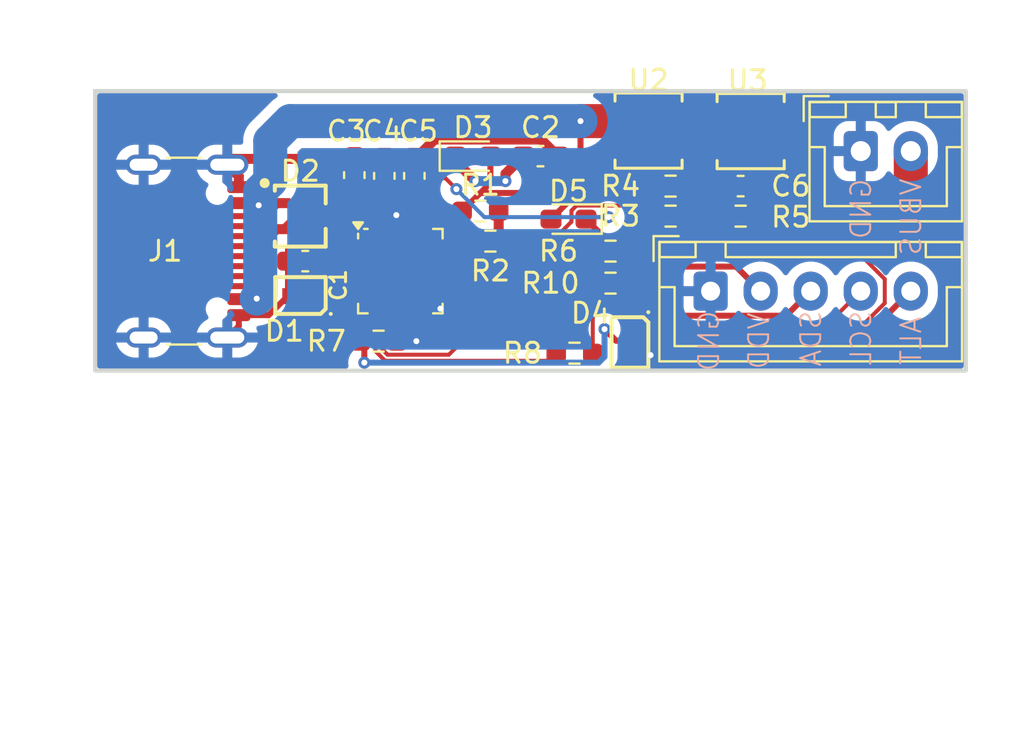
<source format=kicad_pcb>
(kicad_pcb (version 20241229) (generator "pcbnew") (generator_version "9.0")
  (layers (0 "F.Cu" signal) (2 "B.Cu" signal) (13 "F.Paste" user) (15 "B.Paste" user) (5 "F.SilkS" user "F.Silkscreen") (7 "B.SilkS" user "B.Silkscreen") (1 "F.Mask" user) (3 "B.Mask" user) (25 "Edge.Cuts" user))
  (net 0 "")
  (net 1 "GND")
  (net 2 "Net-(D3-K)")
  (net 3 "Net-(U1-VREG_2V7)")
  (net 4 "Net-(U1-VREG_1V2)")
  (net 5 "Net-(D4-K)")
  (net 6 "Net-(C6-Pad1)")
  (net 7 "Net-(R1-Pad2)")
  (net 8 "Net-(U2-G)")
  (net 15 "/VBUS_EN_SNK")
  (net 16 "/DISCH")
  (net 17 "/VDD")
  (net 18 "/VBUS_VS_DISCH")
  (net 19 "/RESET")
  (net 20 "/CC2")
  (net 21 "/CC1")
  (net 22 "/SCL")
  (net 23 "/SDA")
  (net 24 "Net-(U2-S)")
  (net 25 "Net-(U1-SCL)")
  (net 26 "Net-(U1-SDA)")
  (net 27 "/Vbus")
  (footprint "Diode_SMD:D_0603_1608Metric_Pad1.05x0.95mm_HandSolder" (layer "F.Cu") (at 338.4 118.4 180)
    (property "Reference" "D5" (at 0 1.4 0) (layer "F.SilkS"))
    (property "Value" "D")
    (fp_line (start 0.8 -0.735) (end -1.66 -0.735) (stroke (width 0.12)) (layer "F.SilkS"))
    (fp_line (start -1.66 0.735) (end 0.8 0.735) (stroke (width 0.12)) (layer "F.SilkS"))
    (fp_line (start -1.66 -0.735) (end -1.66 0.735) (stroke (width 0.12)) (layer "F.SilkS"))
    (pad "1" smd roundrect (at -0.875 0 180) (size 1.05 0.95) (layers "F.Cu" "F.Mask" "F.Paste") (net 17 "/VDD"))
    (pad "2" smd roundrect (at 0.875 0 180) (size 1.05 0.95) (layers "F.Cu" "F.Mask" "F.Paste") (net 27 "/Vbus"))
  )
  (footprint "ST_1610:ST_1610" (layer "F.Cu") (at 341.5 124.575 -90)
    (property "Reference" "D4" (at -1.475 2 0) (layer "F.SilkS"))
    (property "Value" "ESDA25P35-1U1M" (hide yes))
    (fp_line (start -1.27 0.95) (end 1.25 0.95) (stroke (width 0.2)) (layer "F.SilkS"))
    (fp_line (start -1.27 0.95) (end -1.27 -0.635) (stroke (width 0.2)) (layer "F.SilkS"))
    (fp_line (start 1.25 0.95) (end 1.25 -0.889) (stroke (width 0.2)) (layer "F.SilkS"))
    (fp_line (start -1.27 -0.635) (end -1.016 -0.889) (stroke (width 0.2)) (layer "F.SilkS"))
    (fp_line (start -1.016 -0.889) (end 1.25 -0.889) (stroke (width 0.2)) (layer "F.SilkS"))
    (fp_circle (center -1.524 -0.889) (end -1.524 -0.939) (stroke (width 0.1)) (fill no) (layer "F.SilkS"))
    (pad "1" smd rect (at -0.625 0 270) (size 0.55 0.8) (layers "F.Cu" "F.Mask" "F.Paste") (net 5 "Net-(D4-K)"))
    (pad "2" smd rect (at 0.625 0 270) (size 0.55 0.8) (layers "F.Cu" "F.Mask" "F.Paste") (net 1 "GND"))
  )
  (footprint "Capacitor_SMD:C_0603_1608Metric_Pad1.08x0.95mm_HandSolder" (layer "F.Cu") (at 325.25 120.5 180)
    (property "Reference" "C1" (at -1.65 -1.2 90) (layer "F.SilkS") (effects (font (size 0.8 0.8) (thickness 0.15) (bold yes))))
    (property "Value" "4.7 μF")
    (fp_line (start -0.146267 0.51) (end 0.146267 0.51) (stroke (width 0.12)) (layer "F.SilkS"))
    (fp_line (start -0.146267 -0.51) (end 0.146267 -0.51) (stroke (width 0.12)) (layer "F.SilkS"))
    (pad "1" smd roundrect (at -0.8625 0 180) (size 1.075 0.95) (layers "F.Cu" "F.Mask" "F.Paste") (net 27 "/Vbus"))
    (pad "2" smd roundrect (at 0.8625 0 180) (size 1.075 0.95) (layers "F.Cu" "F.Mask" "F.Paste") (net 1 "GND"))
  )
  (footprint "Capacitor_SMD:C_0603_1608Metric_Pad1.08x0.95mm_HandSolder" (layer "F.Cu") (at 327.7 116.2 90)
    (property "Reference" "C3" (at 2.2 -0.4 0) (layer "F.SilkS"))
    (property "Value" "1μF")
    (fp_line (start -0.146267 -0.51) (end 0.146267 -0.51) (stroke (width 0.12)) (layer "F.SilkS"))
    (fp_line (start -0.146267 0.51) (end 0.146267 0.51) (stroke (width 0.12)) (layer "F.SilkS"))
    (pad "1" smd roundrect (at -0.8625 0 90) (size 1.075 0.95) (layers "F.Cu" "F.Mask" "F.Paste") (net 17 "/VDD"))
    (pad "2" smd roundrect (at 0.8625 0 90) (size 1.075 0.95) (layers "F.Cu" "F.Mask" "F.Paste") (net 1 "GND"))
  )
  (footprint "STL6P3LLH6:POWERFLAT_3P3X3P3_STM2" (layer "F.Cu") (at 342.3998 113.974999 180)
    (property "Reference" "U2" (at 0 2.525001 0) (layer "F.SilkS"))
    (property "Value" "STL6P3LLH6" (hide yes))
    (fp_line (start 1.6764 1.8796) (end 1.6764 1.472839) (stroke (width 0.1524)) (layer "F.SilkS"))
    (fp_line (start 1.6764 -1.472839) (end 1.6764 -1.8796) (stroke (width 0.1524)) (layer "F.SilkS"))
    (fp_line (start 1.6764 -1.8796) (end -1.6764 -1.8796) (stroke (width 0.1524)) (layer "F.SilkS"))
    (fp_line (start -1.6764 1.8796) (end 1.6764 1.8796) (stroke (width 0.1524)) (layer "F.SilkS"))
    (fp_line (start -1.6764 1.472839) (end -1.6764 1.8796) (stroke (width 0.1524)) (layer "F.SilkS"))
    (fp_line (start -1.6764 -1.8796) (end -1.6764 -1.472839) (stroke (width 0.1524)) (layer "F.SilkS"))
    (pad "1" smd rect (at -1.6002 0.974999 180) (size 0.9144 0.3302) (layers "F.Cu" "F.Mask" "F.Paste") (net 8 "Net-(U2-G)"))
    (pad "2" smd rect (at -1.6002 -0.974999 180) (size 0.9144 0.3302) (layers "F.Cu" "F.Mask" "F.Paste") (net 24 "Net-(U2-S)"))
    (pad "2" smd rect (at -1.6002 -0.325001 180) (size 0.9144 0.3302) (layers "F.Cu" "F.Mask" "F.Paste") (net 24 "Net-(U2-S)"))
    (pad "2" smd rect (at -1.6002 0.325001 180) (size 0.9144 0.3302) (layers "F.Cu" "F.Mask" "F.Paste") (net 24 "Net-(U2-S)"))
    (pad "3" smd rect (at 0.4445 0 180) (size 2.1082 2.3622) (layers "F.Cu" "F.Mask" "F.Paste") (net 27 "/Vbus"))
    (pad "3" smd rect (at 1.6002 -0.974999 180) (size 0.9144 0.3302) (layers "F.Cu" "F.Mask" "F.Paste") (net 27 "/Vbus"))
    (pad "3" smd rect (at 1.6002 -0.325001 180) (size 0.9144 0.3302) (layers "F.Cu" "F.Mask" "F.Paste") (net 27 "/Vbus"))
    (pad "3" smd rect (at 1.6002 0.325001 180) (size 0.9144 0.3302) (layers "F.Cu" "F.Mask" "F.Paste") (net 27 "/Vbus"))
    (pad "3" smd rect (at 1.6002 0.974999 180) (size 0.9144 0.3302) (layers "F.Cu" "F.Mask" "F.Paste") (net 27 "/Vbus"))
  )
  (footprint "Resistor_SMD:R_0603_1608Metric_Pad0.98x0.95mm_HandSolder" (layer "F.Cu") (at 347 118.25 180)
    (property "Reference" "R5" (at -2.5 -0.05 0) (layer "F.SilkS"))
    (property "Value" "100R")
    (fp_line (start -0.254724 0.5225) (end 0.254724 0.5225) (stroke (width 0.12)) (layer "F.SilkS"))
    (fp_line (start -0.254724 -0.5225) (end 0.254724 -0.5225) (stroke (width 0.12)) (layer "F.SilkS"))
    (pad "1" smd roundrect (at -0.9125 0 180) (size 0.975 0.95) (layers "F.Cu" "F.Mask" "F.Paste") (net 6 "Net-(C6-Pad1)"))
    (pad "2" smd roundrect (at 0.9125 0 180) (size 0.975 0.95) (layers "F.Cu" "F.Mask" "F.Paste") (net 8 "Net-(U2-G)"))
  )
  (footprint "Resistor_SMD:R_0603_1608Metric_Pad0.98x0.95mm_HandSolder" (layer "F.Cu") (at 343.5 116.75)
    (property "Reference" "R4" (at -2.5 0 0) (layer "F.SilkS"))
    (property "Value" "100kR")
    (fp_line (start -0.254724 -0.5225) (end 0.254724 -0.5225) (stroke (width 0.12)) (layer "F.SilkS"))
    (fp_line (start -0.254724 0.5225) (end 0.254724 0.5225) (stroke (width 0.12)) (layer "F.SilkS"))
    (pad "1" smd roundrect (at -0.9125 0) (size 0.975 0.95) (layers "F.Cu" "F.Mask" "F.Paste") (net 8 "Net-(U2-G)"))
    (pad "2" smd roundrect (at 0.9125 0) (size 0.975 0.95) (layers "F.Cu" "F.Mask" "F.Paste") (net 24 "Net-(U2-S)"))
  )
  (footprint "Capacitor_SMD:C_0603_1608Metric_Pad1.08x0.95mm_HandSolder" (layer "F.Cu") (at 347 116.75)
    (property "Reference" "C6" (at 2.5 0 0) (layer "F.SilkS"))
    (property "Value" "100nF")
    (fp_line (start -0.146267 -0.51) (end 0.146267 -0.51) (stroke (width 0.12)) (layer "F.SilkS"))
    (fp_line (start -0.146267 0.51) (end 0.146267 0.51) (stroke (width 0.12)) (layer "F.SilkS"))
    (pad "1" smd roundrect (at -0.8625 0) (size 1.075 0.95) (layers "F.Cu" "F.Mask" "F.Paste") (net 6 "Net-(C6-Pad1)"))
    (pad "2" smd roundrect (at 0.8625 0) (size 1.075 0.95) (layers "F.Cu" "F.Mask" "F.Paste") (net 5 "Net-(D4-K)"))
  )
  (footprint "Capacitor_SMD:C_0603_1608Metric_Pad1.08x0.95mm_HandSolder" (layer "F.Cu") (at 337 115.25)
    (property "Reference" "C2" (at 0 -1.43 0) (layer "F.SilkS"))
    (property "Value" "1μF")
    (fp_line (start -0.146267 -0.51) (end 0.146267 -0.51) (stroke (width 0.12)) (layer "F.SilkS"))
    (fp_line (start -0.146267 0.51) (end 0.146267 0.51) (stroke (width 0.12)) (layer "F.SilkS"))
    (pad "1" smd roundrect (at -0.8625 0) (size 1.075 0.95) (layers "F.Cu" "F.Mask" "F.Paste") (net 2 "Net-(D3-K)"))
    (pad "2" smd roundrect (at 0.8625 0) (size 1.075 0.95) (layers "F.Cu" "F.Mask" "F.Paste") (net 1 "GND"))
  )
  (footprint "Package_DFN_QFN:QFN-24-1EP_4x4mm_P0.5mm_EP2.7x2.7mm" (layer "F.Cu") (at 330 121)
    (property "Reference" "U1" (hide yes))
    (property "Value" "STUSB4500QTR")
    (fp_line (start -2.11 -1.635) (end -2.11 -1.87) (stroke (width 0.12)) (layer "F.SilkS"))
    (fp_line (start -2.11 2.11) (end -2.11 1.635) (stroke (width 0.12)) (layer "F.SilkS"))
    (fp_line (start -1.635 -2.11) (end -1.81 -2.11) (stroke (width 0.12)) (layer "F.SilkS"))
    (fp_line (start -1.635 2.11) (end -2.11 2.11) (stroke (width 0.12)) (layer "F.SilkS"))
    (fp_line (start 1.635 -2.11) (end 2.11 -2.11) (stroke (width 0.12)) (layer "F.SilkS"))
    (fp_line (start 1.635 2.11) (end 2.11 2.11) (stroke (width 0.12)) (layer "F.SilkS"))
    (fp_line (start 2.11 -2.11) (end 2.11 -1.635) (stroke (width 0.12)) (layer "F.SilkS"))
    (fp_line (start 2.11 2.11) (end 2.11 1.635) (stroke (width 0.12)) (layer "F.SilkS"))
    (fp_poly (pts (xy -2.11 -2.11) (xy -2.35 -2.44) (xy -1.87 -2.44)) (stroke (width 0.12)) (fill yes) (layer "F.SilkS"))
    (pad "1" smd roundrect (at -1.9625 -1.25) (size 0.825 0.25) (layers "F.Cu" "F.Mask" "F.Paste") (net 21 "/CC1"))
    (pad "2" smd roundrect (at -1.9625 -0.75) (size 0.825 0.25) (layers "F.Cu" "F.Mask" "F.Paste") (net 21 "/CC1"))
    (pad "3" smd roundrect (at -1.9625 -0.25) (size 0.825 0.25) (layers "F.Cu" "F.Mask" "F.Paste"))
    (pad "4" smd roundrect (at -1.9625 0.25) (size 0.825 0.25) (layers "F.Cu" "F.Mask" "F.Paste") (net 20 "/CC2"))
    (pad "5" smd roundrect (at -1.9625 0.75) (size 0.825 0.25) (layers "F.Cu" "F.Mask" "F.Paste") (net 20 "/CC2"))
    (pad "6" smd roundrect (at -1.9625 1.25) (size 0.825 0.25) (layers "F.Cu" "F.Mask" "F.Paste") (net 19 "/RESET"))
    (pad "7" smd roundrect (at -1.25 1.9625) (size 0.25 0.825) (layers "F.Cu" "F.Mask" "F.Paste") (net 25 "Net-(U1-SCL)"))
    (pad "8" smd roundrect (at -0.75 1.9625) (size 0.25 0.825) (layers "F.Cu" "F.Mask" "F.Paste") (net 26 "Net-(U1-SDA)"))
    (pad "9" smd roundrect (at -0.25 1.9625) (size 0.25 0.825) (layers "F.Cu" "F.Mask" "F.Paste") (net 16 "/DISCH"))
    (pad "10" smd roundrect (at 0.25 1.9625) (size 0.25 0.825) (layers "F.Cu" "F.Mask" "F.Paste") (net 1 "GND"))
    (pad "11" smd roundrect (at 0.75 1.9625) (size 0.25 0.825) (layers "F.Cu" "F.Mask" "F.Paste"))
    (pad "12" smd roundrect (at 1.25 1.9625) (size 0.25 0.825) (layers "F.Cu" "F.Mask" "F.Paste") (net 1 "GND"))
    (pad "13" smd roundrect (at 1.9625 1.25) (size 0.825 0.25) (layers "F.Cu" "F.Mask" "F.Paste") (net 1 "GND"))
    (pad "14" smd roundrect (at 1.9625 0.75) (size 0.825 0.25) (layers "F.Cu" "F.Mask" "F.Paste"))
    (pad "15" smd roundrect (at 1.9625 0.25) (size 0.825 0.25) (layers "F.Cu" "F.Mask" "F.Paste"))
    (pad "16" smd roundrect (at 1.9625 -0.25) (size 0.825 0.25) (layers "F.Cu" "F.Mask" "F.Paste") (net 15 "/VBUS_EN_SNK"))
    (pad "17" smd roundrect (at 1.9625 -0.75) (size 0.825 0.25) (layers "F.Cu" "F.Mask" "F.Paste"))
    (pad "18" smd roundrect (at 1.9625 -1.25) (size 0.825 0.25) (layers "F.Cu" "F.Mask" "F.Paste") (net 18 "/VBUS_VS_DISCH"))
    (pad "19" smd roundrect (at 1.25 -1.9625) (size 0.25 0.825) (layers "F.Cu" "F.Mask" "F.Paste"))
    (pad "20" smd roundrect (at 0.75 -1.9625) (size 0.25 0.825) (layers "F.Cu" "F.Mask" "F.Paste"))
    (pad "21" smd roundrect (at 0.25 -1.9625) (size 0.25 0.825) (layers "F.Cu" "F.Mask" "F.Paste") (net 4 "Net-(U1-VREG_1V2)"))
    (pad "22" smd roundrect (at -0.25 -1.9625) (size 0.25 0.825) (layers "F.Cu" "F.Mask" "F.Paste") (net 1 "GND"))
    (pad "23" smd roundrect (at -0.75 -1.9625) (size 0.25 0.825) (layers "F.Cu" "F.Mask" "F.Paste") (net 3 "Net-(U1-VREG_2V7)"))
    (pad "24" smd roundrect (at -1.25 -1.9625) (size 0.25 0.825) (layers "F.Cu" "F.Mask" "F.Paste") (net 17 "/VDD"))
    (pad "25" smd rect (at 0 0) (size 2.7 2.7) (property pad_prop_heatsink) (layers "F.Cu" "F.Mask") (net 1 "GND"))
  )
  (footprint "Resistor_SMD:R_0603_1608Metric_Pad0.98x0.95mm_HandSolder" (layer "F.Cu") (at 328.9125 124.5 180)
    (property "Reference" "R7" (at 2.6125 0 0) (layer "F.SilkS"))
    (property "Value" "10kR")
    (fp_line (start -0.254724 0.5225) (end 0.254724 0.5225) (stroke (width 0.12)) (layer "F.SilkS"))
    (fp_line (start -0.254724 -0.5225) (end 0.254724 -0.5225) (stroke (width 0.12)) (layer "F.SilkS"))
    (pad "1" smd roundrect (at -0.9125 0 180) (size 0.975 0.95) (layers "F.Cu" "F.Mask" "F.Paste") (net 1 "GND"))
    (pad "2" smd roundrect (at 0.9125 0 180) (size 0.975 0.95) (layers "F.Cu" "F.Mask" "F.Paste") (net 19 "/RESET"))
  )
  (footprint "STL6P3LLH6:POWERFLAT_3P3X3P3_STM2" (layer "F.Cu") (at 347.5 114)
    (property "Reference" "U3" (at -0.1498 -2.525001 0) (layer "F.SilkS"))
    (property "Value" "STL6P3LLH6" (hide yes))
    (fp_line (start -1.6764 -1.8796) (end -1.6764 -1.472839) (stroke (width 0.1524)) (layer "F.SilkS"))
    (fp_line (start -1.6764 1.472839) (end -1.6764 1.8796) (stroke (width 0.1524)) (layer "F.SilkS"))
    (fp_line (start -1.6764 1.8796) (end 1.6764 1.8796) (stroke (width 0.1524)) (layer "F.SilkS"))
    (fp_line (start 1.6764 -1.8796) (end -1.6764 -1.8796) (stroke (width 0.1524)) (layer "F.SilkS"))
    (fp_line (start 1.6764 -1.472839) (end 1.6764 -1.8796) (stroke (width 0.1524)) (layer "F.SilkS"))
    (fp_line (start 1.6764 1.8796) (end 1.6764 1.472839) (stroke (width 0.1524)) (layer "F.SilkS"))
    (pad "1" smd rect (at -1.6002 0.974999) (size 0.9144 0.3302) (layers "F.Cu" "F.Mask" "F.Paste") (net 8 "Net-(U2-G)"))
    (pad "2" smd rect (at -1.6002 -0.974999) (size 0.9144 0.3302) (layers "F.Cu" "F.Mask" "F.Paste") (net 24 "Net-(U2-S)"))
    (pad "2" smd rect (at -1.6002 -0.325001) (size 0.9144 0.3302) (layers "F.Cu" "F.Mask" "F.Paste") (net 24 "Net-(U2-S)"))
    (pad "2" smd rect (at -1.6002 0.325001) (size 0.9144 0.3302) (layers "F.Cu" "F.Mask" "F.Paste") (net 24 "Net-(U2-S)"))
    (pad "3" smd rect (at 0.4445 0) (size 2.1082 2.3622) (layers "F.Cu" "F.Mask" "F.Paste") (net 5 "Net-(D4-K)"))
    (pad "3" smd rect (at 1.6002 -0.974999) (size 0.9144 0.3302) (layers "F.Cu" "F.Mask" "F.Paste") (net 5 "Net-(D4-K)"))
    (pad "3" smd rect (at 1.6002 -0.325001) (size 0.9144 0.3302) (layers "F.Cu" "F.Mask" "F.Paste") (net 5 "Net-(D4-K)"))
    (pad "3" smd rect (at 1.6002 0.325001) (size 0.9144 0.3302) (layers "F.Cu" "F.Mask" "F.Paste") (net 5 "Net-(D4-K)"))
    (pad "3" smd rect (at 1.6002 0.974999) (size 0.9144 0.3302) (layers "F.Cu" "F.Mask" "F.Paste") (net 5 "Net-(D4-K)"))
  )
  (footprint "Resistor_SMD:R_0603_1608Metric_Pad0.98x0.95mm_HandSolder" (layer "F.Cu") (at 338.7 125.1 180)
    (property "Reference" "R8" (at 2.6 0 0) (layer "F.SilkS"))
    (property "Value" "4.7kR")
    (fp_line (start -0.254724 0.5225) (end 0.254724 0.5225) (stroke (width 0.12)) (layer "F.SilkS"))
    (fp_line (start -0.254724 -0.5225) (end 0.254724 -0.5225) (stroke (width 0.12)) (layer "F.SilkS"))
    (pad "1" smd roundrect (at -0.9125 0 180) (size 0.975 0.95) (layers "F.Cu" "F.Mask" "F.Paste") (net 22 "/SCL"))
    (pad "2" smd roundrect (at 0.9125 0 180) (size 0.975 0.95) (layers "F.Cu" "F.Mask" "F.Paste") (net 25 "Net-(U1-SCL)"))
  )
  (footprint "Resistor_SMD:R_0603_1608Metric_Pad0.98x0.95mm_HandSolder" (layer "F.Cu") (at 343.5 118.25 180)
    (property "Reference" "R3" (at 2.5 0 0) (layer "F.SilkS"))
    (property "Value" "22kR")
    (fp_line (start -0.254724 0.5225) (end 0.254724 0.5225) (stroke (width 0.12)) (layer "F.SilkS"))
    (fp_line (start -0.254724 -0.5225) (end 0.254724 -0.5225) (stroke (width 0.12)) (layer "F.SilkS"))
    (pad "1" smd roundrect (at -0.9125 0 180) (size 0.975 0.95) (layers "F.Cu" "F.Mask" "F.Paste") (net 8 "Net-(U2-G)"))
    (pad "2" smd roundrect (at 0.9125 0 180) (size 0.975 0.95) (layers "F.Cu" "F.Mask" "F.Paste") (net 15 "/VBUS_EN_SNK"))
  )
  (footprint "Resistor_SMD:R_0603_1608Metric_Pad0.98x0.95mm_HandSolder" (layer "F.Cu") (at 334.5 119.5 180)
    (property "Reference" "R2" (at 0 -1.49 0) (layer "F.SilkS"))
    (property "Value" "1kR")
    (fp_line (start -0.254724 0.5225) (end 0.254724 0.5225) (stroke (width 0.12)) (layer "F.SilkS"))
    (fp_line (start -0.254724 -0.5225) (end 0.254724 -0.5225) (stroke (width 0.12)) (layer "F.SilkS"))
    (pad "1" smd roundrect (at -0.9125 0 180) (size 0.975 0.95) (layers "F.Cu" "F.Mask" "F.Paste") (net 7 "Net-(R1-Pad2)"))
    (pad "2" smd roundrect (at 0.9125 0 180) (size 0.975 0.95) (layers "F.Cu" "F.Mask" "F.Paste") (net 18 "/VBUS_VS_DISCH"))
  )
  (footprint "ST_1610:ST_1610" (layer "F.Cu") (at 325 122.25 180)
    (property "Reference" "D1" (at 0.8 -1.75 0) (layer "F.SilkS"))
    (property "Value" "ESDA25P35-1U1M")
    (fp_line (start 1.25 0.95) (end 1.25 -0.889) (stroke (width 0.2)) (layer "F.SilkS"))
    (fp_line (start -1.016 -0.889) (end 1.25 -0.889) (stroke (width 0.2)) (layer "F.SilkS"))
    (fp_line (start -1.27 0.95) (end 1.25 0.95) (stroke (width 0.2)) (layer "F.SilkS"))
    (fp_line (start -1.27 0.95) (end -1.27 -0.635) (stroke (width 0.2)) (layer "F.SilkS"))
    (fp_line (start -1.27 -0.635) (end -1.016 -0.889) (stroke (width 0.2)) (layer "F.SilkS"))
    (fp_circle (center -1.524 -0.889) (end -1.524 -0.939) (stroke (width 0.1)) (fill no) (layer "F.SilkS"))
    (pad "1" smd rect (at -0.625 0 180) (size 0.55 0.8) (layers "F.Cu" "F.Mask" "F.Paste") (net 27 "/Vbus"))
    (pad "2" smd rect (at 0.625 0 180) (size 0.55 0.8) (layers "F.Cu" "F.Mask" "F.Paste") (net 1 "GND"))
  )
  (footprint "Connector_USB:USB_C_Receptacle_GCT_USB4105-xx-A_16P_TopMnt_Horizontal" (layer "F.Cu") (at 318.25 120 -90)
    (property "Reference" "J1" (at 0 0 0) (layer "F.SilkS"))
    (property "Value" "USB_C_Receptacle_PowerOnly_6P")
    (fp_line (start -4.67 -0.1) (end -4.67 -1.8) (stroke (width 0.12)) (layer "F.SilkS"))
    (fp_line (start 4.67 -0.1) (end 4.67 -1.8) (stroke (width 0.12)) (layer "F.SilkS"))
    (pad "" np_thru_hole circle (at -2.89 -2.605 270) (size 0.65 0.65) (drill 0.65) (layers "*.Cu" "*.Mask"))
    (pad "" np_thru_hole circle (at 2.89 -2.605 270) (size 0.65 0.65) (drill 0.65) (layers "*.Cu" "*.Mask"))
    (pad "A5" smd roundrect (at -1.25 -3.68 270) (size 0.3 1.15) (layers "F.Cu" "F.Mask" "F.Paste") (net 21 "/CC1"))
    (pad "A6" smd roundrect (at -0.25 -3.68 270) (size 0.3 1.15) (layers "F.Cu" "F.Mask" "F.Paste"))
    (pad "A7" smd roundrect (at 0.25 -3.68 270) (size 0.3 1.15) (layers "F.Cu" "F.Mask" "F.Paste"))
    (pad "A8" smd roundrect (at 1.25 -3.68 270) (size 0.3 1.15) (layers "F.Cu" "F.Mask" "F.Paste"))
    (pad "A9" smd roundrect (at 2.4 -3.68 270) (size 0.6 1.15) (layers "F.Cu" "F.Mask" "F.Paste") (net 27 "/Vbus"))
    (pad "A12" smd roundrect (at 3.2 -3.68 270) (size 0.6 1.15) (layers "F.Cu" "F.Mask" "F.Paste") (net 1 "GND"))
    (pad "B5" smd roundrect (at 1.75 -3.68 270) (size 0.3 1.15) (layers "F.Cu" "F.Mask" "F.Paste") (net 20 "/CC2"))
    (pad "B6" smd roundrect (at 0.75 -3.68 270) (size 0.3 1.15) (layers "F.Cu" "F.Mask" "F.Paste"))
    (pad "B7" smd roundrect (at -0.75 -3.68 270) (size 0.3 1.15) (layers "F.Cu" "F.Mask" "F.Paste"))
    (pad "B8" smd roundrect (at -1.75 -3.68 270) (size 0.3 1.15) (layers "F.Cu" "F.Mask" "F.Paste"))
    (pad "B9" smd roundrect (at -2.4 -3.68 270) (size 0.6 1.15) (layers "F.Cu" "F.Mask" "F.Paste") (net 27 "/Vbus"))
    (pad "B12" smd roundrect (at -3.2 -3.68 270) (size 0.6 1.15) (layers "F.Cu" "F.Mask" "F.Paste") (net 1 "GND"))
    (pad "S1" thru_hole oval (at -4.32 -3.105 270) (size 1 2.1) (drill oval 0.6 1.7) (property pad_prop_heatsink) (layers "*.Cu" "*.Mask" "F.Paste") (net 1 "GND"))
    (pad "S1" thru_hole oval (at -4.32 1.075 270) (size 1 1.8) (drill oval 0.6 1.4) (property pad_prop_heatsink) (layers "*.Cu" "*.Mask" "F.Paste") (net 1 "GND"))
    (pad "S1" thru_hole oval (at 4.32 -3.105 270) (size 1 2.1) (drill oval 0.6 1.7) (property pad_prop_heatsink) (layers "*.Cu" "*.Mask" "F.Paste") (net 1 "GND"))
    (pad "S1" thru_hole oval (at 4.32 1.075 270) (size 1 1.8) (drill oval 0.6 1.4) (property pad_prop_heatsink) (layers "*.Cu" "*.Mask" "F.Paste") (net 1 "GND"))
  )
  (footprint "Resistor_SMD:R_0603_1608Metric_Pad0.98x0.95mm_HandSolder" (layer "F.Cu") (at 340.5 121.6)
    (property "Reference" "R10" (at -3 0 0) (layer "F.SilkS"))
    (property "Value" "4.7kR")
    (fp_line (start -0.254724 -0.5225) (end 0.254724 -0.5225) (stroke (width 0.12)) (layer "F.SilkS"))
    (fp_line (start -0.254724 0.5225) (end 0.254724 0.5225) (stroke (width 0.12)) (layer "F.SilkS"))
    (pad "1" smd roundrect (at -0.9125 0) (size 0.975 0.95) (layers "F.Cu" "F.Mask" "F.Paste") (net 26 "Net-(U1-SDA)"))
    (pad "2" smd roundrect (at 0.9125 0) (size 0.975 0.95) (layers "F.Cu" "F.Mask" "F.Paste") (net 23 "/SDA"))
  )
  (footprint "Connector_JST:JST_XH_B5B-XH-A_1x05_P2.50mm_Vertical" (layer "F.Cu") (at 345.5 122)
    (property "Reference" "J3" (hide yes))
    (property "Value" "JST_01x05_Socket")
    (fp_line (start -2.85 -2.75) (end -2.85 -1.5) (stroke (width 0.12)) (layer "F.SilkS"))
    (fp_line (start -2.56 -2.46) (end -2.56 3.51) (stroke (width 0.12)) (layer "F.SilkS"))
    (fp_line (start -2.56 3.51) (end 12.56 3.51) (stroke (width 0.12)) (layer "F.SilkS"))
    (fp_line (start -2.55 -2.45) (end -2.55 -1.7) (stroke (width 0.12)) (layer "F.SilkS"))
    (fp_line (start -2.55 -1.7) (end -0.75 -1.7) (stroke (width 0.12)) (layer "F.SilkS"))
    (fp_line (start -2.55 -0.2) (end -1.8 -0.2) (stroke (width 0.12)) (layer "F.SilkS"))
    (fp_line (start -1.8 -0.2) (end -1.8 2.75) (stroke (width 0.12)) (layer "F.SilkS"))
    (fp_line (start -1.8 2.75) (end 5 2.75) (stroke (width 0.12)) (layer "F.SilkS"))
    (fp_line (start -1.6 -2.75) (end -2.85 -2.75) (stroke (width 0.12)) (layer "F.SilkS"))
    (fp_line (start -0.75 -2.45) (end -2.55 -2.45) (stroke (width 0.12)) (layer "F.SilkS"))
    (fp_line (start -0.75 -1.7) (end -0.75 -2.45) (stroke (width 0.12)) (layer "F.SilkS"))
    (fp_line (start 0.75 -2.45) (end 0.75 -1.7) (stroke (width 0.12)) (layer "F.SilkS"))
    (fp_line (start 0.75 -1.7) (end 9.25 -1.7) (stroke (width 0.12)) (layer "F.SilkS"))
    (fp_line (start 9.25 -2.45) (end 0.75 -2.45) (stroke (width 0.12)) (layer "F.SilkS"))
    (fp_line (start 9.25 -1.7) (end 9.25 -2.45) (stroke (width 0.12)) (layer "F.SilkS"))
    (fp_line (start 10.75 -2.45) (end 10.75 -1.7) (stroke (width 0.12)) (layer "F.SilkS"))
    (fp_line (start 10.75 -1.7) (end 12.55 -1.7) (stroke (width 0.12)) (layer "F.SilkS"))
    (fp_line (start 11.8 -0.2) (end 11.8 2.75) (stroke (width 0.12)) (layer "F.SilkS"))
    (fp_line (start 11.8 2.75) (end 5 2.75) (stroke (width 0.12)) (layer "F.SilkS"))
    (fp_line (start 12.55 -2.45) (end 10.75 -2.45) (stroke (width 0.12)) (layer "F.SilkS"))
    (fp_line (start 12.55 -1.7) (end 12.55 -2.45) (stroke (width 0.12)) (layer "F.SilkS"))
    (fp_line (start 12.55 -0.2) (end 11.8 -0.2) (stroke (width 0.12)) (layer "F.SilkS"))
    (fp_line (start 12.56 -2.46) (end -2.56 -2.46) (stroke (width 0.12)) (layer "F.SilkS"))
    (fp_line (start 12.56 3.51) (end 12.56 -2.46) (stroke (width 0.12)) (layer "F.SilkS"))
    (pad "1" thru_hole roundrect (at 0 0) (size 1.7 1.95) (drill 0.95) (layers "*.Cu" "*.Mask") (roundrect_rratio 0.147059) (net 1 "GND"))
    (pad "2" thru_hole oval (at 2.5 0) (size 1.7 1.95) (drill 0.95) (layers "*.Cu" "*.Mask") (net 17 "/VDD"))
    (pad "3" thru_hole oval (at 5 0) (size 1.7 1.95) (drill 0.95) (layers "*.Cu" "*.Mask") (net 23 "/SDA"))
    (pad "4" thru_hole oval (at 7.5 0) (size 1.7 1.95) (drill 0.95) (layers "*.Cu" "*.Mask") (net 22 "/SCL"))
    (pad "5" thru_hole oval (at 10 0) (size 1.7 1.95) (drill 0.95) (layers "*.Cu" "*.Mask") (net 19 "/RESET"))
  )
  (footprint "Resistor_SMD:R_0603_1608Metric_Pad0.98x0.95mm_HandSolder" (layer "F.Cu") (at 334 118)
    (property "Reference" "R1" (at 0 -1.3 0) (layer "F.SilkS"))
    (property "Value" "470R")
    (fp_line (start -0.254724 -0.5225) (end 0.254724 -0.5225) (stroke (width 0.12)) (layer "F.SilkS"))
    (fp_line (start -0.254724 0.5225) (end 0.254724 0.5225) (stroke (width 0.12)) (layer "F.SilkS"))
    (pad "1" smd roundrect (at -0.9125 0) (size 0.975 0.95) (layers "F.Cu" "F.Mask" "F.Paste") (net 27 "/Vbus"))
    (pad "2" smd roundrect (at 0.9125 0) (size 0.975 0.95) (layers "F.Cu" "F.Mask" "F.Paste") (net 7 "Net-(R1-Pad2)"))
  )
  (footprint "ST_SOT323-3L:ST_SOT323-3L" (layer "F.Cu") (at 325 118.25)
    (property "Reference" "D2" (at 0 -2.25 0) (layer "F.SilkS"))
    (property "Value" "ESDA25W")
    (fp_line (start -1.27 -1.524) (end 1.27 -1.524) (stroke (width 0.2)) (layer "F.SilkS"))
    (fp_line (start -1.27 -1.27) (end -1.27 -1.524) (stroke (width 0.2)) (layer "F.SilkS"))
    (fp_line (start -1.27 1.524) (end -1.27 1.27) (stroke (width 0.2)) (layer "F.SilkS"))
    (fp_line (start -1.27 1.524) (end 1.27 1.524) (stroke (width 0.2)) (layer "F.SilkS"))
    (fp_line (start 1.27 -0.635) (end 1.27 -1.524) (stroke (width 0.2)) (layer "F.SilkS"))
    (fp_line (start 1.27 1.524) (end 1.27 0.635) (stroke (width 0.2)) (layer "F.SilkS"))
    (fp_circle (center -1.778 -1.651) (end -1.778 -1.776) (stroke (width 0.25)) (fill no) (layer "F.SilkS"))
    (pad "1" smd rect (at -0.975 -0.65 90) (size 0.5 0.95) (layers "F.Cu" "F.Mask" "F.Paste") (net 21 "/CC1"))
    (pad "2" smd rect (at -0.975 0.65 90) (size 0.5 0.95) (layers "F.Cu" "F.Mask" "F.Paste") (net 20 "/CC2"))
    (pad "3" smd rect (at 0.975 0 90) (size 0.5 0.95) (layers "F.Cu" "F.Mask" "F.Paste") (net 1 "GND"))
  )
  (footprint "Resistor_SMD:R_0603_1608Metric_Pad0.98x0.95mm_HandSolder" (layer "F.Cu") (at 340.5 120)
    (property "Reference" "R6" (at -2.6 0 0) (layer "F.SilkS"))
    (property "Value" "1kR")
    (fp_line (start -0.254724 -0.5225) (end 0.254724 -0.5225) (stroke (width 0.12)) (layer "F.SilkS"))
    (fp_line (start -0.254724 0.5225) (end 0.254724 0.5225) (stroke (width 0.12)) (layer "F.SilkS"))
    (pad "1" smd roundrect (at -0.9125 0) (size 0.975 0.95) (layers "F.Cu" "F.Mask" "F.Paste") (net 16 "/DISCH"))
    (pad "2" smd roundrect (at 0.9125 0) (size 0.975 0.95) (layers "F.Cu" "F.Mask" "F.Paste") (net 5 "Net-(D4-K)"))
  )
  (footprint "Connector_JST:JST_XH_B2B-XH-A_1x02_P2.50mm_Vertical" (layer "F.Cu") (at 353 115)
    (property "Reference" "J2" (hide yes))
    (property "Value" "JST_01x02_Socket")
    (fp_line (start -2.85 -2.75) (end -2.85 -1.5) (stroke (width 0.12)) (layer "F.SilkS"))
    (fp_line (start -2.56 -2.46) (end -2.56 3.51) (stroke (width 0.12)) (layer "F.SilkS"))
    (fp_line (start -2.56 3.51) (end 5.06 3.51) (stroke (width 0.12)) (layer "F.SilkS"))
    (fp_line (start -2.55 -2.45) (end -2.55 -1.7) (stroke (width 0.12)) (layer "F.SilkS"))
    (fp_line (start -2.55 -1.7) (end -0.75 -1.7) (stroke (width 0.12)) (layer "F.SilkS"))
    (fp_line (start -2.55 -0.2) (end -1.8 -0.2) (stroke (width 0.12)) (layer "F.SilkS"))
    (fp_line (start -1.8 -0.2) (end -1.8 2.75) (stroke (width 0.12)) (layer "F.SilkS"))
    (fp_line (start -1.8 2.75) (end 1.25 2.75) (stroke (width 0.12)) (layer "F.SilkS"))
    (fp_line (start -1.6 -2.75) (end -2.85 -2.75) (stroke (width 0.12)) (layer "F.SilkS"))
    (fp_line (start -0.75 -2.45) (end -2.55 -2.45) (stroke (width 0.12)) (layer "F.SilkS"))
    (fp_line (start -0.75 -1.7) (end -0.75 -2.45) (stroke (width 0.12)) (layer "F.SilkS"))
    (fp_line (start 0.75 -2.45) (end 0.75 -1.7) (stroke (width 0.12)) (layer "F.SilkS"))
    (fp_line (start 0.75 -1.7) (end 1.75 -1.7) (stroke (width 0.12)) (layer "F.SilkS"))
    (fp_line (start 1.75 -2.45) (end 0.75 -2.45) (stroke (width 0.12)) (layer "F.SilkS"))
    (fp_line (start 1.75 -1.7) (end 1.75 -2.45) (stroke (width 0.12)) (layer "F.SilkS"))
    (fp_line (start 3.25 -2.45) (end 3.25 -1.7) (stroke (width 0.12)) (layer "F.SilkS"))
    (fp_line (start 3.25 -1.7) (end 5.05 -1.7) (stroke (width 0.12)) (layer "F.SilkS"))
    (fp_line (start 4.3 -0.2) (end 4.3 2.75) (stroke (width 0.12)) (layer "F.SilkS"))
    (fp_line (start 4.3 2.75) (end 1.25 2.75) (stroke (width 0.12)) (layer "F.SilkS"))
    (fp_line (start 5.05 -2.45) (end 3.25 -2.45) (stroke (width 0.12)) (layer "F.SilkS"))
    (fp_line (start 5.05 -1.7) (end 5.05 -2.45) (stroke (width 0.12)) (layer "F.SilkS"))
    (fp_line (start 5.05 -0.2) (end 4.3 -0.2) (stroke (width 0.12)) (layer "F.SilkS"))
    (fp_line (start 5.06 -2.46) (end -2.56 -2.46) (stroke (width 0.12)) (layer "F.SilkS"))
    (fp_line (start 5.06 3.51) (end 5.06 -2.46) (stroke (width 0.12)) (layer "F.SilkS"))
    (pad "1" thru_hole roundrect (at 0 0) (size 1.7 2) (drill 1) (layers "*.Cu" "*.Mask") (roundrect_rratio 0.147059) (net 1 "GND"))
    (pad "2" thru_hole oval (at 2.5 0) (size 1.7 2) (drill 1) (layers "*.Cu" "*.Mask") (net 5 "Net-(D4-K)"))
  )
  (footprint "Diode_SMD:D_0603_1608Metric_Pad1.05x0.95mm_HandSolder" (layer "F.Cu") (at 333.625 115.25)
    (property "Reference" "D3" (at 0 -1.43 0) (layer "F.SilkS"))
    (property "Value" "D")
    (fp_line (start -1.66 -0.735) (end -1.66 0.735) (stroke (width 0.12)) (layer "F.SilkS"))
    (fp_line (start -1.66 0.735) (end 0.8 0.735) (stroke (width 0.12)) (layer "F.SilkS"))
    (fp_line (start 0.8 -0.735) (end -1.66 -0.735) (stroke (width 0.12)) (layer "F.SilkS"))
    (pad "1" smd roundrect (at -0.875 0) (size 1.05 0.95) (layers "F.Cu" "F.Mask" "F.Paste") (net 2 "Net-(D3-K)"))
    (pad "2" smd roundrect (at 0.875 0) (size 1.05 0.95) (layers "F.Cu" "F.Mask" "F.Paste") (net 27 "/Vbus"))
  )
  (footprint "Capacitor_SMD:C_0603_1608Metric_Pad1.08x0.95mm_HandSolder" (layer "F.Cu") (at 330.7 116.2375 90)
    (property "Reference" "C5" (at 2.2375 0.2 0) (layer "F.SilkS"))
    (property "Value" "1μF")
    (fp_line (start -0.146267 -0.51) (end 0.146267 -0.51) (stroke (width 0.12)) (layer "F.SilkS"))
    (fp_line (start -0.146267 0.51) (end 0.146267 0.51) (stroke (width 0.12)) (layer "F.SilkS"))
    (pad "1" smd roundrect (at -0.8625 0 90) (size 1.075 0.95) (layers "F.Cu" "F.Mask" "F.Paste") (net 4 "Net-(U1-VREG_1V2)"))
    (pad "2" smd roundrect (at 0.8625 0 90) (size 1.075 0.95) (layers "F.Cu" "F.Mask" "F.Paste") (net 1 "GND"))
  )
  (footprint "Capacitor_SMD:C_0603_1608Metric_Pad1.08x0.95mm_HandSolder" (layer "F.Cu") (at 329.2 116.2375 90)
    (property "Reference" "C4" (at 2.2375 -0.1 0) (layer "F.SilkS"))
    (property "Value" "1μF")
    (fp_line (start -0.146267 -0.51) (end 0.146267 -0.51) (stroke (width 0.12)) (layer "F.SilkS"))
    (fp_line (start -0.146267 0.51) (end 0.146267 0.51) (stroke (width 0.12)) (layer "F.SilkS"))
    (pad "1" smd roundrect (at -0.8625 0 90) (size 1.075 0.95) (layers "F.Cu" "F.Mask" "F.Paste") (net 3 "Net-(U1-VREG_2V7)"))
    (pad "2" smd roundrect (at 0.8625 0 90) (size 1.075 0.95) (layers "F.Cu" "F.Mask" "F.Paste") (net 1 "GND"))
  )
  (gr_poly (pts (xy 346.4 112.8) (xy 346.4 114.6) (xy 344.9 114.6) (xy 344.9 115.3) (xy 343.6 115.3) (xy 343.6 113.4) (xy 345.3 113.4) (xy 345.3 112.8)) (stroke (width 0.1)) (fill yes) (layer "F.Cu") (net 24))
  (gr_rect (start 314.75 112) (end 358.25 125.975) (stroke (width 0.2)) (fill no) (layer "Edge.Cuts"))
  (gr_text "ALT" (at 356.1 123.2 90) (layer "B.SilkS") (effects (font (size 1 1) (thickness 0.1)) (justify left bottom mirror)))
  (gr_text "VBUS" (at 356.1 116.3 90) (layer "B.SilkS") (effects (font (size 1 1) (thickness 0.1)) (justify left bottom mirror)))
  (gr_text "VDD" (at 348.5 123 90) (layer "B.SilkS") (effects (font (size 1 1) (thickness 0.1)) (justify left bottom mirror)))
  (gr_text "GND" (at 346 122.9 90) (layer "B.SilkS") (effects (font (size 1 1) (thickness 0.1)) (justify left bottom mirror)))
  (gr_text "GND" (at 353.6 116.3 90) (layer "B.SilkS") (effects (font (size 1 1) (thickness 0.1)) (justify left bottom mirror)))
  (gr_text "SDA" (at 351.1 122.9 90) (layer "B.SilkS") (effects (font (size 1 1) (thickness 0.1)) (justify left bottom mirror)))
  (gr_text "SCL" (at 353.6 122.9 90) (layer "B.SilkS") (effects (font (size 1 1) (thickness 0.1)) (justify left bottom mirror)))
  (segment (start 321.6475 115.3875) (end 321.355 115.68) (width 0.5) (layer "F.Cu") (net 1))
  (segment (start 329.25 115.3875) (end 327.75 115.3875) (width 0.5) (layer "F.Cu") (net 1))
  (segment (start 330 121) (end 329.75 120.75) (width 0.2) (layer "F.Cu") (net 1))
  (segment (start 330 121) (end 330.124 121) (width 0.5) (layer "F.Cu") (net 1))
  (segment (start 331.437 122.7755) (end 331.25 122.9625) (width 0.2) (layer "F.Cu") (net 1))
  (segment (start 323.425 123.2) (end 324.375 122.25) (width 0.3) (layer "F.Cu") (net 1))
  (segment (start 331.437 122.313) (end 331.437 122.7755) (width 0.2) (layer "F.Cu") (net 1))
  (segment (start 329.75 118.25) (end 329.8 118.2) (width 0.3) (layer "F.Cu") (net 1))
  (segment (start 331.437 122.313) (end 332 122.876) (width 0.5) (layer "F.Cu") (net 1))
  (segment (start 329.75 119.0375) (end 329.75 118.25) (width 0.3) (layer "F.Cu") (net 1))
  (segment (start 331.437 122.313) (end 331.5 122.25) (width 0.2) (layer "F.Cu") (net 1))
  (segment (start 321.93 123.2) (end 323.425 123.2) (width 0.3) (layer "F.Cu") (net 1))
  (segment (start 330.25 122.9625) (end 330.25 121.25) (width 0.2) (layer "F.Cu") (net 1))
  (segment (start 330.75 115.3875) (end 329.25 115.3875) (width 0.5) (layer "F.Cu") (net 1))
  (segment (start 330.75 115.3875) (end 331.7151 114.4224) (width 0.5) (layer "F.Cu") (net 1))
  (segment (start 331.7151 114.4224) (end 337.0349 114.4224) (width 0.5) (layer "F.Cu") (net 1))
  (segment (start 324.3875 122.2375) (end 324.375 122.25) (width 0.3) (layer "F.Cu") (net 1))
  (segment (start 330.124 121) (end 331.437 122.313) (width 0.5) (layer "F.Cu") (net 1))
  (segment (start 324.3875 120.5) (end 324.3875 119.8375) (width 0.3) (layer "F.Cu") (net 1))
  (segment (start 324.3875 119.8375) (end 325.975 118.25) (width 0.3) (layer "F.Cu") (net 1))
  (segment (start 337.0349 114.4224) (end 337.8625 115.25) (width 0.5) (layer "F.Cu") (net 1))
  (segment (start 321.93 123.745) (end 321.355 124.32) (width 0.3) (layer "F.Cu") (net 1))
  (segment (start 321.93 116.255) (end 321.355 115.68) (width 0.5) (layer "F.Cu") (net 1))
  (segment (start 327.75 115.3875) (end 321.6475 115.3875) (width 0.5) (layer "F.Cu") (net 1))
  (segment (start 321.93 116.8) (end 321.93 116.255) (width 0.5) (layer "F.Cu") (net 1))
  (segment (start 341.5 125.2) (end 342.5 125.2) (width 0.2) (layer "F.Cu") (net 1))
  (segment (start 330.25 121.25) (end 330 121) (width 0.2) (layer "F.Cu") (net 1))
  (segment (start 329.8 124.5) (end 330.8 124.5) (width 0.2) (layer "F.Cu") (net 1))
  (segment (start 330.75 115.3875) (end 330.75 115.25) (width 0.2) (layer "F.Cu") (net 1))
  (segment (start 324.3875 120.5) (end 324.3875 122.2375) (width 0.3) (layer "F.Cu") (net 1))
  (segment (start 331.5 122.25) (end 331.9625 122.25) (width 0.2) (layer "F.Cu") (net 1))
  (segment (start 321.93 123.2) (end 321.93 123.745) (width 0.3) (layer "F.Cu") (net 1))
  (via (at 329.8 118.2) (size 0.6) (drill 0.3) (layers "F.Cu" "B.Cu") (net 1))
  (via (at 332 122.876) (size 1) (drill 0.3) (layers "F.Cu" "B.Cu") (net 1))
  (via (at 342.5 125.2) (size 0.6) (drill 0.3) (layers "F.Cu" "B.Cu") (net 1))
  (via (at 330.8 124.5) (size 0.6) (drill 0.3) (layers "F.Cu" "B.Cu") (net 1))
  (segment (start 332.75 115.25) (end 332.75 115.5) (width 0.5) (layer "F.Cu") (net 2))
  (segment (start 335.25 116.5) (end 335.25 116.1375) (width 0.5) (layer "F.Cu") (net 2))
  (segment (start 332.75 115.5) (end 333.75 116.5) (width 0.5) (layer "F.Cu") (net 2))
  (segment (start 335.25 116.1375) (end 336.1375 115.25) (width 0.5) (layer "F.Cu") (net 2))
  (via (at 333.75 116.5) (size 0.6) (drill 0.3) (layers "F.Cu" "B.Cu") (net 2))
  (via (at 335.25 116.5) (size 0.6) (drill 0.3) (layers "F.Cu" "B.Cu") (net 2))
  (segment (start 333.75 116.5) (end 335.25 116.5) (width 0.5) (layer "B.Cu") (net 2))
  (segment (start 329 117.3625) (end 329.25 117.1125) (width 0.2) (layer "F.Cu") (net 3))
  (segment (start 329.25 118.74836) (end 329.25 119.0375) (width 0.2) (layer "F.Cu") (net 3))
  (segment (start 328.75 117.6125) (end 328.75 118.24836) (width 0.2) (layer "F.Cu") (net 3))
  (segment (start 329.25 117.1125) (end 328.75 117.6125) (width 0.2) (layer "F.Cu") (net 3))
  (segment (start 328.75 118.24836) (end 329.25 118.74836) (width 0.2) (layer "F.Cu") (net 3))
  (segment (start 330.5 118.49836) (end 330.5 117.3625) (width 0.2) (layer "F.Cu") (net 4))
  (segment (start 330.25 119.0375) (end 330.25 118.74836) (width 0.2) (layer "F.Cu") (net 4))
  (segment (start 330.5 117.3625) (end 330.75 117.1125) (width 0.2) (layer "F.Cu") (net 4))
  (segment (start 330.25 118.74836) (end 330.5 118.49836) (width 0.2) (layer "F.Cu") (net 4))
  (segment (start 341.5 123.95) (end 352.85 123.95) (width 0.2) (layer "F.Cu") (net 5))
  (segment (start 354.2 121.4) (end 352.8 120) (width 0.2) (layer "F.Cu") (net 5))
  (segment (start 349 120) (end 351 118) (width 0.3) (layer "F.Cu") (net 5))
  (segment (start 354.5 118) (end 355.5 117) (width 1.7) (layer "F.Cu") (net 5))
  (segment (start 354.2 122.6) (end 354.2 121.4) (width 0.2) (layer "F.Cu") (net 5))
  (segment (start 347.8625 116.75) (end 349.75 116.75) (width 0.5) (layer "F.Cu") (net 5))
  (segment (start 347.9445 114.9445) (end 349.75 116.75) (width 1.7) (layer "F.Cu") (net 5))
  (segment (start 349.75 116.75) (end 350 117) (width 1.7) (layer "F.Cu") (net 5))
  (segment (start 350 117) (end 351 118) (width 1.7) (layer "F.Cu") (net 5))
  (segment (start 347.9445 114) (end 347.9445 114.9445) (width 1.7) (layer "F.Cu") (net 5))
  (segment (start 355.5 117) (end 355.5 115) (width 1.7) (layer "F.Cu") (net 5))
  (segment (start 352.85 123.95) (end 354.2 122.6) (width 0.2) (layer "F.Cu") (net 5))
  (segment (start 351 118) (end 354.5 118) (width 1.7) (layer "F.Cu") (net 5))
  (segment (start 341.4125 120) (end 349 120) (width 0.3) (layer "F.Cu") (net 5))
  (segment (start 352.8 120) (end 349 120) (width 0.2) (layer "F.Cu") (net 5))
  (segment (start 347.9125 118.25) (end 347.6375 118.25) (width 0.5) (layer "F.Cu") (net 6))
  (segment (start 347.6375 118.25) (end 346.1375 116.75) (width 0.5) (layer "F.Cu") (net 6))
  (segment (start 334.9125 119) (end 335.4125 119.5) (width 0.5) (layer "F.Cu") (net 7))
  (segment (start 334.9125 118) (end 334.9125 119) (width 0.5) (layer "F.Cu") (net 7))
  (segment (start 343.2902 113.232298) (end 343.522498 113) (width 0.3) (layer "F.Cu") (net 8))
  (segment (start 343.2902 116.0473) (end 343.2902 113.232298) (width 0.3) (layer "F.Cu") (net 8))
  (segment (start 342.5875 116.75) (end 343.2902 116.0473) (width 0.3) (layer "F.Cu") (net 8))
  (segment (start 343.522498 113) (end 344 113) (width 0.3) (layer "F.Cu") (net 8))
  (segment (start 346.0875 118.25) (end 345.25 118.25) (width 0.5) (layer "F.Cu") (net 8))
  (segment (start 345.25 115.624799) (end 345.25 118.25) (width 0.3) (layer "F.Cu") (net 8))
  (segment (start 344.4125 118.25) (end 344.0875 118.25) (width 0.5) (layer "F.Cu") (net 8))
  (segment (start 345.25 118.25) (end 344.4125 118.25) (width 0.5) (layer "F.Cu") (net 8))
  (segment (start 345.8998 114.974999) (end 345.25 115.624799) (width 0.3) (layer "F.Cu") (net 8))
  (segment (start 344.0875 118.25) (end 342.5875 116.75) (width 0.5) (layer "F.Cu") (net 8))
  (segment (start 332.6974 121.072401) (end 332.6974 122.726376) (width 0.2) (layer "F.Cu") (net 15))
  (segment (start 332.374999 120.75) (end 332.6974 121.072401) (width 0.2) (layer "F.Cu") (net 15))
  (segment (start 335.471098 120.4984) (end 336.580576 120.4984) (width 0.2) (layer "F.Cu") (net 15))
  (segment (start 334.2208 122.583176) (end 334.2208 121.748698) (width 0.2) (layer "F.Cu") (net 15))
  (segment (start 338.5474 118.531576) (end 338.5474 117.973624) (width 0.2) (layer "F.Cu") (net 15))
  (segment (start 338.798624 117.7224) (end 342.0599 117.7224) (width 0.2) (layer "F.Cu") (net 15))
  (segment (start 333.826376 122.9776) (end 334.2208 122.583176) (width 0.2) (layer "F.Cu") (net 15))
  (segment (start 332.6974 122.726376) (end 332.948624 122.9776) (width 0.2) (layer "F.Cu") (net 15))
  (segment (start 342.0599 117.7224) (end 342.5875 118.25) (width 0.2) (layer "F.Cu") (net 15))
  (segment (start 334.2208 121.748698) (end 335.471098 120.4984) (width 0.2) (layer "F.Cu") (net 15))
  (segment (start 332.948624 122.9776) (end 333.826376 122.9776) (width 0.2) (layer "F.Cu") (net 15))
  (segment (start 331.9625 120.75) (end 332.374999 120.75) (width 0.2) (layer "F.Cu") (net 15))
  (segment (start 336.580576 120.4984) (end 338.5474 118.531576) (width 0.2) (layer "F.Cu") (net 15))
  (segment (start 338.5474 117.973624) (end 338.798624 117.7224) (width 0.2) (layer "F.Cu") (net 15))
  (segment (start 334.5224 121.873624) (end 335.596024 120.8) (width 0.2) (layer "F.Cu") (net 16))
  (segment (start 334.5224 122.726376) (end 334.5224 121.873624) (width 0.2) (layer "F.Cu") (net 16))
  (segment (start 338.7875 120.8) (end 339.5875 120) (width 0.2) (layer "F.Cu") (net 16))
  (segment (start 329.995076 123.5786) (end 333.670176 123.5786) (width 0.2) (layer "F.Cu") (net 16))
  (segment (start 335.596024 120.8) (end 338.7875 120.8) (width 0.2) (layer "F.Cu") (net 16))
  (segment (start 333.670176 123.5786) (end 334.5224 122.726376) (width 0.2) (layer "F.Cu") (net 16))
  (segment (start 329.75 122.9625) (end 329.75 123.333524) (width 0.2) (layer "F.Cu") (net 16))
  (segment (start 329.75 123.333524) (end 329.995076 123.5786) (width 0.2) (layer "F.Cu") (net 16))
  (segment (start 339.375 118.3) (end 339.275 118.4) (width 0.2) (layer "F.Cu") (net 17))
  (segment (start 346.7724 120.7724) (end 348 122) (width 0.3) (layer "F.Cu") (net 17))
  (segment (start 339.275 118.4) (end 340.6724 119.7974) (width 0.3) (layer "F.Cu") (net 17))
  (segment (start 327.7 117.0625) (end 328.4026 116.3599) (width 0.2) (layer "F.Cu") (net 17))
  (segment (start 340.6724 119.7974) (end 340.6724 120.447086) (width 0.3) (layer "F.Cu") (net 17))
  (segment (start 332.2599 116.3599) (end 332.8 116.9) (width 0.2) (layer "F.Cu") (net 17))
  (segment (start 328.75 119.0375) (end 328.5375 119.0375) (width 0.2) (layer "F.Cu") (net 17))
  (segment (start 327.7 118.2) (end 327.7 117.0625) (width 0.2) (layer "F.Cu") (net 17))
  (segment (start 340.6724 120.447086) (end 340.997714 120.7724) (width 0.3) (layer "F.Cu") (net 17))
  (segment (start 340.997714 120.7724) (end 346.7724 120.7724) (width 0.3) (layer "F.Cu") (net 17))
  (segment (start 340.4 118.3) (end 339.375 118.3) (width 0.2) (layer "F.Cu") (net 17))
  (segment (start 328.4026 116.3599) (end 332.2599 116.3599) (width 0.2) (layer "F.Cu") (net 17))
  (segment (start 328.5375 119.0375) (end 327.7 118.2) (width 0.2) (layer "F.Cu") (net 17))
  (via (at 340.4 118.3) (size 0.6) (drill 0.3) (layers "F.Cu" "B.Cu") (net 17))
  (via (at 332.8 116.9) (size 0.6) (drill 0.3) (layers "F.Cu" "B.Cu") (net 17))
  (segment (start 334.2 118.3) (end 340.4 118.3) (width 0.2) (layer "B.Cu") (net 17))
  (segment (start 332.8 116.9) (end 334.2 118.3) (width 0.2) (layer "B.Cu") (net 17))
  (segment (start 333.3375 119.75) (end 333.5875 119.5) (width 0.3) (layer "F.Cu") (net 18))
  (segment (start 331.9625 119.75) (end 333.3375 119.75) (width 0.3) (layer "F.Cu") (net 18))
  (segment (start 353.0224 124.4776) (end 340.7776 124.4776) (width 0.3) (layer "F.Cu") (net 19))
  (segment (start 328.0375 124.6375) (end 327.975 124.7) (width 0.2) (layer "F.Cu") (net 19))
  (segment (start 340.7776 124.4776) (end 340.2 123.9) (width 0.3) (layer "F.Cu") (net 19))
  (segment (start 328.2 124.7) (end 328 124.5) (width 0.3) (layer "F.Cu") (net 19))
  (segment (start 328.2 125.5734) (end 328.2 124.7) (width 0.3) (layer "F.Cu") (net 19))
  (segment (start 353.0224 124.4776) (end 355.5 122) (width 0.3) (layer "F.Cu") (net 19))
  (segment (start 328.0375 122.25) (end 328.0375 124.6375) (width 0.2) (layer "F.Cu") (net 19))
  (via (at 340.2 123.9) (size 0.6) (drill 0.3) (layers "F.Cu" "B.Cu") (net 19))
  (via (at 328.2 125.5734) (size 0.6) (drill 0.3) (layers "F.Cu" "B.Cu") (net 19))
  (segment (start 339.9042 125.5734) (end 328.2 125.5734) (width 0.3) (layer "B.Cu") (net 19))
  (segment (start 340.2 123.9) (end 340.2 125.2776) (width 0.3) (layer "B.Cu") (net 19))
  (segment (start 340.2 125.2776) (end 339.9042 125.5734) (width 0.3) (layer "B.Cu") (net 19))
  (segment (start 325.1276 117.7974) (end 326.6526 117.7974) (width 0.2) (layer "F.Cu") (net 20))
  (segment (start 321.93 121.75) (end 322.5 121.75) (width 0.2) (layer "F.Cu") (net 20))
  (segment (start 326.6526 117.7974) (end 327 118.1448) (width 0.2) (layer "F.Cu") (net 20))
  (segment (start 324.025 118.9) (end 325.1276 117.7974) (width 0.2) (layer "F.Cu") (net 20))
  (segment (start 327 121.25) (end 328.0375 121.25) (width 0.2) (layer "F.Cu") (net 20))
  (segment (start 322.5 121.75) (end 323.6474 120.6026) (width 0.2) (layer "F.Cu") (net 20))
  (segment (start 328.0375 121.75) (end 328.0375 121.25) (width 0.2) (layer "F.Cu") (net 20))
  (segment (start 323.6474 119.2776) (end 324.025 118.9) (width 0.2) (layer "F.Cu") (net 20))
  (segment (start 323.6474 120.6026) (end 323.6474 119.2776) (width 0.2) (layer "F.Cu") (net 20))
  (segment (start 327 118.1448) (end 327 121.25) (width 0.2) (layer "F.Cu") (net 20))
  (segment (start 322.875 118.75) (end 324.025 117.6) (width 0.2) (layer "F.Cu") (net 21))
  (segment (start 328.0375 119.75) (end 327.5 119.75) (width 0.2) (layer "F.Cu") (net 21))
  (segment (start 324.1302 117.4948) (end 324.025 117.6) (width 0.2) (layer "F.Cu") (net 21))
  (segment (start 327.3026 118.019458) (end 326.777942 117.4948) (width 0.2) (layer "F.Cu") (net 21))
  (segment (start 326.777942 117.4948) (end 324.1302 117.4948) (width 0.2) (layer "F.Cu") (net 21))
  (segment (start 328.0375 120.25) (end 328.0375 119.75) (width 0.2) (layer "F.Cu") (net 21))
  (segment (start 327.3026 119.5526) (end 327.3026 118.019458) (width 0.2) (layer "F.Cu") (net 21))
  (segment (start 321.93 118.75) (end 322.875 118.75) (width 0.2) (layer "F.Cu") (net 21))
  (segment (start 327.5 119.75) (end 327.3026 119.5526) (width 0.2) (layer "F.Cu") (net 21))
  (segment (start 351.4198 123.5802) (end 353 122) (width 0.2) (layer "F.Cu") (net 22))
  (segment (start 339.6125 125.1) (end 339.6125 123.2875) (width 0.2) (layer "F.Cu") (net 22))
  (segment (start 342.894048 123.5802) (end 351.4198 123.5802) (width 0.2) (layer "F.Cu") (net 22))
  (segment (start 340.6 122.3) (end 341.613848 122.3) (width 0.2) (layer "F.Cu") (net 22))
  (segment (start 341.613848 122.3) (end 342.894048 123.5802) (width 0.2) (layer "F.Cu") (net 22))
  (segment (start 339.6125 123.2875) (end 340.6 122.3) (width 0.2) (layer "F.Cu") (net 22))
  (segment (start 349.2724 123.2276) (end 343.0401 123.2276) (width 0.3) (layer "F.Cu") (net 23))
  (segment (start 343.0401 123.2276) (end 341.4125 121.6) (width 0.3) (layer "F.Cu") (net 23))
  (segment (start 350.5 122) (end 349.2724 123.2276) (width 0.3) (layer "F.Cu") (net 23))
  (segment (start 344.4125 115.362498) (end 344 114.949998) (width 0.3) (layer "F.Cu") (net 24))
  (segment (start 344.4125 116.75) (end 344.4125 115.362498) (width 0.3) (layer "F.Cu") (net 24))
  (segment (start 328.75 122.9625) (end 328.75 124.994418) (width 0.2) (layer "F.Cu") (net 25))
  (segment (start 329.235782 125.4802) (end 337.4073 125.4802) (width 0.2) (layer "F.Cu") (net 25))
  (segment (start 328.75 124.994418) (end 329.235782 125.4802) (width 0.2) (layer "F.Cu") (net 25))
  (segment (start 337.4073 125.4802) (end 337.7875 125.1) (width 0.2) (layer "F.Cu") (net 25))
  (segment (start 329.1099 124.926376) (end 329.1099 123.1026) (width 0.2) (layer "F.Cu") (net 26))
  (segment (start 333.5984 124.0016) (end 332.4224 125.1776) (width 0.2) (layer "F.Cu") (net 26))
  (segment (start 339.5875 121.6) (end 339.1 121.6) (width 0.2) (layer "F.Cu") (net 26))
  (segment (start 333.823512 124.0016) (end 333.5984 124.0016) (width 0.2) (layer "F.Cu") (net 26))
  (segment (start 333.945912 123.8792) (end 333.823512 124.0016) (width 0.2) (layer "F.Cu") (net 26))
  (segment (start 339.1 121.6) (end 336.8208 123.8792) (width 0.2) (layer "F.Cu") (net 26))
  (segment (start 332.4224 125.1776) (end 329.361124 125.1776) (width 0.2) (layer "F.Cu") (net 26))
  (segment (start 329.1099 123.1026) (end 329.25 122.9625) (width 0.2) (layer "F.Cu") (net 26))
  (segment (start 336.8208 123.8792) (end 333.945912 123.8792) (width 0.2) (layer "F.Cu") (net 26))
  (segment (start 329.361124 125.1776) (end 329.1099 124.926376) (width 0.2) (layer "F.Cu") (net 26))
  (segment (start 334.5 116.5875) (end 333.99375 117.09375) (width 0.3) (layer "F.Cu") (net 27))
  (segment (start 322.799663 122.4) (end 322.82474 122.374923) (width 0.5) (layer "F.Cu") (net 27))
  (segment (start 321.93 122.4) (end 322.799663 122.4) (width 0.5) (layer "F.Cu") (net 27))
  (segment (start 334.5 115.25) (end 334.5 116.5875) (width 0.3) (layer "F.Cu") (net 27))
  (segment (start 321.93 117.6) (end 322.813481 117.6) (width 0.5) (layer "F.Cu") (net 27))
  (segment (start 333.4 118) (end 333.0875 118) (width 0.3) (layer "F.Cu") (net 27))
  (segment (start 341.480301 113.5) (end 341.9553 113.974999) (width 1.7) (layer "F.Cu") (net 27))
  (segment (start 322.923134 117.571666) (end 322.923134 117.709653) (width 0.2) (layer "F.Cu") (net 27))
  (segment (start 333.99375 117.09375) (end 333.0875 118) (width 0.3) (layer "F.Cu") (net 27))
  (segment (start 326.1125 122.0651) (end 325.9276 122.25) (width 0.2) (layer "F.Cu") (net 27))
  (segment (start 339 116.925) (end 339 113.5) (width 0.3) (layer "F.Cu") (net 27))
  (segment (start 326.1125 120.5) (end 326.1125 122.0651) (width 0.2) (layer "F.Cu") (net 27))
  (segment (start 326.1125 120.5) (end 326 120.5) (width 0.2) (layer "F.Cu") (net 27))
  (segment (start 339 113.5) (end 341.480301 113.5) (width 1.7) (layer "F.Cu") (net 27))
  (segment (start 337.525 118.4) (end 339 116.925) (width 0.3) (layer "F.Cu") (net 27))
  (segment (start 339 116.925) (end 338.83125 117.09375) (width 0.3) (layer "F.Cu") (net 27))
  (segment (start 338.83125 117.09375) (end 333.99375 117.09375) (width 0.3) (layer "F.Cu") (net 27))
  (segment (start 322.813481 117.6) (end 322.923134 117.709653) (width 0.5) (layer "F.Cu") (net 27))
  (via (at 322.923134 117.709653) (size 1) (drill 0.3) (layers "F.Cu" "B.Cu") (net 27))
  (via (at 339 113.5) (size 1) (drill 0.3) (layers "F.Cu" "B.Cu") (net 27))
  (via (at 322.82474 122.374923) (size 1) (drill 0.3) (layers "F.Cu" "B.Cu") (net 27))
  (segment (start 322.82474 122.374923) (end 323 122.199663) (width 1.7) (layer "B.Cu") (net 27))
  (segment (start 323.5 116.5) (end 323.5 114.5) (width 1.7) (layer "B.Cu") (net 27))
  (segment (start 323 117) (end 323.5 116.5) (width 1.7) (layer "B.Cu") (net 27))
  (segment (start 323 121.5) (end 323 117) (width 1.7) (layer "B.Cu") (net 27))
  (segment (start 323 122.199663) (end 323 121.5) (width 1.7) (layer "B.Cu") (net 27))
  (segment (start 323.5 114.5) (end 324.5 113.5) (width 1.7) (layer "B.Cu") (net 27))
  (segment (start 324.5 113.5) (end 339 113.5) (width 1.7) (layer "B.Cu") (net 27))
  (zone (net 1) (net_name "GND") (layer "B.Cu") (connect_pads (clearance 0.5)) (min_thickness 0.25) (fill yes (thermal_gap 0.5) (thermal_bridge_width 0.5))
    (polygon (pts (xy 310 110) (xy 360 110) (xy 360 145) (xy 310 145)))
  )
)
</source>
